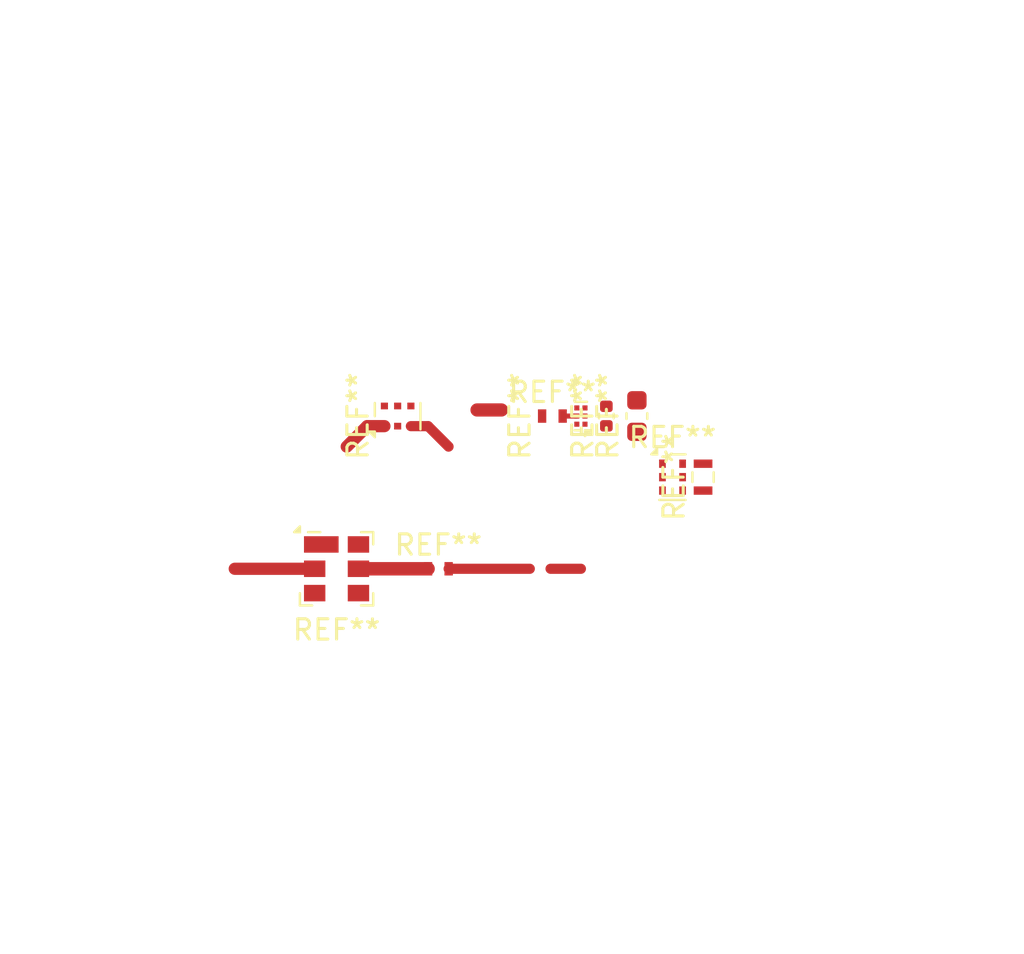
<source format=kicad_pcb>
(kicad_pcb (version 20240108) (generator "pcbnew") (generator_version "8.0")
  (layers (0 "F.Cu" signal) (31 "B.Cu" signal) (34 "B.Paste" user) (35 "F.Paste" user) (36 "B.SilkS" user "B.Silkscreen") (37 "F.SilkS" user "F.Silkscreen") (38 "B.Mask" user) (39 "F.Mask" user) (44 "Edge.Cuts" user))
  (net 0 "")
  (footprint "Inductor_SMD_extlib:L_Murata_LQW15ANxxxx80x_0402_1005Metric_1.0x0.6mm" (layer "F.Cu") (at 150.6 92.5)
    (property "Reference" "REF**" (at 0 -1.17 0) (layer "F.SilkS"))
    (property "Value" "L_Murata_LQW15ANxxxx80x_0402_1005Metric_1.0x0.6mm")
    (pad "1" smd rect (at -0.505 0) (size 0.41 0.66) (layers "F.Cu" "F.Paste" "F.Mask"))
    (pad "2" smd rect (at 0.505 0) (size 0.41 0.66) (layers "F.Cu" "F.Paste" "F.Mask"))
  )
  (footprint "RF_LNA_extlib:Nisshinbo_EPFFP-6-FA" (layer "F.Cu") (at 152 92.5 90)
    (property "Reference" "REF**" (at 0 -3 90) (layer "F.SilkS"))
    (property "Value" "Nisshinbo_EPFFP-6-FA")
    (fp_line (start -0.7 0) (end -0.7 -0.3) (stroke (width 0.12)) (layer "F.SilkS"))
    (fp_line (start 0.7 0.3) (end 0.7 -0.3) (stroke (width 0.12)) (layer "F.SilkS"))
    (fp_poly (pts (xy -0.7 0.2) (xy -0.7 0.48) (xy -0.98 0.2) (xy -0.7 0.2)) (stroke (width 0.12)) (fill solid) (layer "F.SilkS"))
    (pad "1" smd rect (at -0.4 0.2 90) (size 0.25 0.25) (layers "F.Cu"))
    (pad "2" smd rect (at 0 0.2 90) (size 0.25 0.25) (layers "F.Cu"))
    (pad "3" smd rect (at 0.4 0.2 90) (size 0.25 0.25) (layers "F.Cu"))
    (pad "4" smd rect (at 0.4 -0.2 90) (size 0.25 0.25) (layers "F.Cu"))
    (pad "5" smd rect (at 0 -0.2 90) (size 0.25 0.25) (layers "F.Cu"))
    (pad "6" smd rect (at -0.4 -0.2 90) (size 0.25 0.25) (layers "F.Cu"))
  )
  (footprint "Filter_extlib:Filter_SAW-6_3.0x3.0mm" (layer "F.Cu") (at 140 100)
    (property "Reference" "REF**" (at 0 3 0) (layer "F.SilkS"))
    (property "Value" "Filter_SAW-6_3.0x3.0mm")
    (fp_line (start -1.8 1.8) (end -1.8 1.2) (stroke (width 0.12)) (layer "F.SilkS"))
    (fp_line (start -1.8 1.8) (end -1.2 1.8) (stroke (width 0.12)) (layer "F.SilkS"))
    (fp_line (start -0.8 -1.8) (end -1.4 -1.8) (stroke (width 0.12)) (layer "F.SilkS"))
    (fp_line (start 1.8 -1.8) (end 1.2 -1.8) (stroke (width 0.12)) (layer "F.SilkS"))
    (fp_line (start 1.8 -1.8) (end 1.8 -1.2) (stroke (width 0.12)) (layer "F.SilkS"))
    (fp_line (start 1.8 1.8) (end 1.2 1.8) (stroke (width 0.12)) (layer "F.SilkS"))
    (fp_line (start 1.8 1.8) (end 1.8 1.2) (stroke (width 0.12)) (layer "F.SilkS"))
    (fp_poly (pts (xy -1.8 -1.8) (xy -2.08 -1.8) (xy -1.8 -2.08) (xy -1.8 -1.8)) (stroke (width 0.12)) (fill solid) (layer "F.SilkS"))
    (pad "1" smd rect (at -0.75 -1.195) (size 1.7 0.81) (layers "F.Cu" "F.Paste" "F.Mask"))
    (pad "2" smd rect (at -1.075 0) (size 1.05 0.81) (layers "F.Cu" "F.Paste" "F.Mask"))
    (pad "3" smd rect (at -1.075 1.195) (size 1.05 0.81) (layers "F.Cu" "F.Paste" "F.Mask"))
    (pad "4" smd rect (at 1.075 1.195) (size 1.05 0.81) (layers "F.Cu" "F.Paste" "F.Mask"))
    (pad "5" smd rect (at 1.075 0) (size 1.05 0.81) (layers "F.Cu" "F.Paste" "F.Mask"))
    (pad "6" smd rect (at 1.075 -1.195) (size 1.05 0.81) (layers "F.Cu" "F.Paste" "F.Mask"))
  )
  (footprint "Capacitor_SMD:C_0402_1005Metric" (layer "F.Cu") (at 153.25 92.5 90)
    (property "Reference" "REF**" (at 0 -1.16 90) (layer "F.SilkS"))
    (property "Value" "C_0402_1005Metric")
    (fp_line (start -0.107836 -0.36) (end 0.107836 -0.36) (stroke (width 0.12)) (layer "F.SilkS"))
    (fp_line (start -0.107836 0.36) (end 0.107836 0.36) (stroke (width 0.12)) (layer "F.SilkS"))
    (pad "1" smd roundrect (at -0.48 0 90) (size 0.56 0.62) (layers "F.Cu" "F.Paste" "F.Mask"))
    (pad "2" smd roundrect (at 0.48 0 90) (size 0.56 0.62) (layers "F.Cu" "F.Paste" "F.Mask"))
  )
  (footprint "RF_Converter_extlib:Xinger_0805_2012Metric-6_Pad0.33x0.35mm" (layer "F.Cu") (at 143 92.5 90)
    (property "Reference" "REF**" (at 0 -1.95 90) (layer "F.SilkS"))
    (property "Value" "Xinger_0805_2012Metric-6_Pad0.33x0.35mm")
    (fp_line (start -0.005 -1.12) (end 0.64 -1.12) (stroke (width 0.12)) (layer "F.SilkS"))
    (fp_line (start -0.65 1.12) (end 0.64 1.12) (stroke (width 0.12)) (layer "F.SilkS"))
    (fp_poly (pts (xy -0.76 -1.12) (xy -1.04 -1.12) (xy -0.76 -1.4) (xy -0.76 -1.12)) (stroke (width 0.12)) (fill solid) (layer "F.SilkS"))
    (pad "1" smd rect (at -0.495 -0.65) (size 0.35 0.33) (layers "F.Cu" "F.Paste" "F.Mask"))
    (pad "2" smd rect (at -0.495 0) (size 0.35 0.33) (layers "F.Cu" "F.Paste" "F.Mask"))
    (pad "3" smd rect (at -0.495 0.65) (size 0.35 0.33) (layers "F.Cu" "F.Paste" "F.Mask"))
    (pad "4" smd rect (at 0.495 0.65) (size 0.35 0.33) (layers "F.Cu" "F.Paste" "F.Mask"))
    (pad "5" smd rect (at 0.495 0) (size 0.35 0.33) (layers "F.Cu" "F.Paste" "F.Mask"))
    (pad "6" smd rect (at 0.495 -0.65) (size 0.35 0.33) (layers "F.Cu" "F.Paste" "F.Mask"))
  )
  (footprint "RF_Converter_extlib:Xinger_0805_2012Metric-6_Pad0.33x0.41mm" (layer "F.Cu") (at 156.5 95.5)
    (property "Reference" "REF**" (at 0 -1.95 0) (layer "F.SilkS"))
    (property "Value" "Xinger_0805_2012Metric-6_Pad0.33x0.41mm")
    (fp_line (start -0.65 1.12) (end 0.64 1.12) (stroke (width 0.12)) (layer "F.SilkS"))
    (fp_line (start -0.005 -1.12) (end 0.64 -1.12) (stroke (width 0.12)) (layer "F.SilkS"))
    (fp_poly (pts (xy -0.76 -1.12) (xy -1.04 -1.12) (xy -0.76 -1.4) (xy -0.76 -1.12)) (stroke (width 0.12)) (fill solid) (layer "F.SilkS"))
    (pad "1" smd rect (at -0.495 -0.66 270) (size 0.41 0.33) (layers "F.Cu" "F.Paste" "F.Mask"))
    (pad "2" smd rect (at -0.495 0 270) (size 0.41 0.33) (layers "F.Cu" "F.Paste" "F.Mask"))
    (pad "3" smd rect (at -0.495 0.66 270) (size 0.41 0.33) (layers "F.Cu" "F.Paste" "F.Mask"))
    (pad "4" smd rect (at 0.495 0.66 270) (size 0.41 0.33) (layers "F.Cu" "F.Paste" "F.Mask"))
    (pad "5" smd rect (at 0.495 0 270) (size 0.41 0.33) (layers "F.Cu" "F.Paste" "F.Mask"))
    (pad "6" smd rect (at 0.495 -0.66 270) (size 0.41 0.33) (layers "F.Cu" "F.Paste" "F.Mask"))
  )
  (footprint "Resistor_SMD_extlib:R_Vishay_FC0603xxxxxxTxx_0603_1608Metric_1.626x0.813mm" (layer "F.Cu") (at 158 95.5 90)
    (property "Reference" "REF**" (at 0 -1.43 90) (layer "F.SilkS"))
    (property "Value" "R_Vishay_FC0603xxxxxxTxx_0603_1608Metric_1.626x0.813mm")
    (fp_line (start -0.237258 -0.5225) (end 0.237258 -0.5225) (stroke (width 0.12)) (layer "F.SilkS"))
    (fp_line (start -0.237258 0.5225) (end 0.237258 0.5225) (stroke (width 0.12)) (layer "F.SilkS"))
    (pad "1" smd rect (at -0.66 0 90) (size 0.41 0.917) (layers "F.Cu" "F.Paste" "F.Mask"))
    (pad "2" smd rect (at 0.66 0 90) (size 0.41 0.917) (layers "F.Cu" "F.Paste" "F.Mask"))
  )
  (footprint "Inductor_SMD_extlib:L_Murata_LQW15ANxxxx80x_0402_1005Metric_1.0x0.6mm" (layer "F.Cu") (at 145 100)
    (property "Reference" "REF**" (at 0 -1.17 0) (layer "F.SilkS"))
    (property "Value" "L_Murata_LQW15ANxxxx80x_0402_1005Metric_1.0x0.6mm")
    (pad "1" smd rect (at -0.505 0) (size 0.41 0.66) (layers "F.Cu" "F.Paste" "F.Mask"))
    (pad "2" smd rect (at 0.505 0) (size 0.41 0.66) (layers "F.Cu" "F.Paste" "F.Mask"))
  )
  (footprint "Capacitor_SMD:C_0603_1608Metric" (layer "F.Cu") (at 154.75 92.5 90)
    (property "Reference" "REF**" (at 0 -1.43 90) (layer "F.SilkS"))
    (property "Value" "C_0603_1608Metric")
    (fp_line (start -0.14058 -0.51) (end 0.14058 -0.51) (stroke (width 0.12)) (layer "F.SilkS"))
    (fp_line (start -0.14058 0.51) (end 0.14058 0.51) (stroke (width 0.12)) (layer "F.SilkS"))
    (pad "1" smd roundrect (at -0.775 0 90) (size 0.9 0.95) (layers "F.Cu" "F.Paste" "F.Mask"))
    (pad "2" smd roundrect (at 0.775 0 90) (size 0.9 0.95) (layers "F.Cu" "F.Paste" "F.Mask"))
  )
  (segment (start 151.8 92.5) (end 151.105 92.5) (width 0.25) (layer "F.Cu") (net 0))
  (segment (start 145.505 100) (end 149.49 100) (width 0.5) (layer "F.Cu") (net 0))
  (segment (start 143.65 92.995) (end 144.495 92.995) (width 0.5) (layer "F.Cu") (net 0))
  (segment (start 142.35 92.995) (end 141.505 92.995) (width 0.6) (layer "F.Cu") (net 0))
  (segment (start 150.51 100) (end 152 100) (width 0.5) (layer "F.Cu") (net 0))
  (segment (start 138.925 100) (end 135 100) (width 0.6) (layer "F.Cu") (net 0))
  (segment (start 146.9 92.2) (end 148.1 92.2) (width 0.65) (layer "F.Cu") (net 0))
  (segment (start 144.495 100) (end 141.075 100) (width 0.66) (layer "F.Cu") (net 0))
  (segment (start 141.505 92.995) (end 140.5 94) (width 0.6) (layer "F.Cu") (net 0))
  (segment (start 144.495 92.995) (end 145.5 94) (width 0.5) (layer "F.Cu") (net 0))
)
</source>
